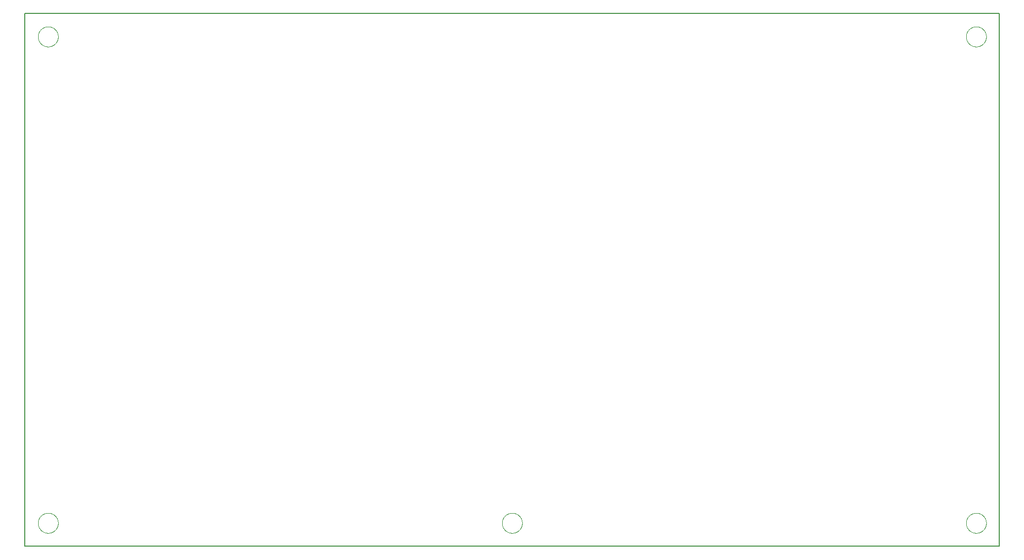
<source format=gbo>
G75*
%MOIN*%
%OFA0B0*%
%FSLAX25Y25*%
%IPPOS*%
%LPD*%
%AMOC8*
5,1,8,0,0,1.08239X$1,22.5*
%
%ADD10C,0.00600*%
%ADD11C,0.00000*%
D10*
X0047595Y0011551D02*
X0677595Y0011551D01*
X0677595Y0356551D01*
X0047595Y0356551D01*
X0047595Y0011551D01*
D11*
X0056095Y0026551D02*
X0056097Y0026712D01*
X0056103Y0026872D01*
X0056113Y0027033D01*
X0056127Y0027193D01*
X0056145Y0027353D01*
X0056166Y0027512D01*
X0056192Y0027671D01*
X0056222Y0027829D01*
X0056255Y0027986D01*
X0056293Y0028143D01*
X0056334Y0028298D01*
X0056379Y0028452D01*
X0056428Y0028605D01*
X0056481Y0028757D01*
X0056537Y0028908D01*
X0056598Y0029057D01*
X0056661Y0029205D01*
X0056729Y0029351D01*
X0056800Y0029495D01*
X0056874Y0029637D01*
X0056952Y0029778D01*
X0057034Y0029916D01*
X0057119Y0030053D01*
X0057207Y0030187D01*
X0057299Y0030319D01*
X0057394Y0030449D01*
X0057492Y0030577D01*
X0057593Y0030702D01*
X0057697Y0030824D01*
X0057804Y0030944D01*
X0057914Y0031061D01*
X0058027Y0031176D01*
X0058143Y0031287D01*
X0058262Y0031396D01*
X0058383Y0031501D01*
X0058507Y0031604D01*
X0058633Y0031704D01*
X0058761Y0031800D01*
X0058892Y0031893D01*
X0059026Y0031983D01*
X0059161Y0032070D01*
X0059299Y0032153D01*
X0059438Y0032233D01*
X0059580Y0032309D01*
X0059723Y0032382D01*
X0059868Y0032451D01*
X0060015Y0032517D01*
X0060163Y0032579D01*
X0060313Y0032637D01*
X0060464Y0032692D01*
X0060617Y0032743D01*
X0060771Y0032790D01*
X0060926Y0032833D01*
X0061082Y0032872D01*
X0061238Y0032908D01*
X0061396Y0032939D01*
X0061554Y0032967D01*
X0061713Y0032991D01*
X0061873Y0033011D01*
X0062033Y0033027D01*
X0062193Y0033039D01*
X0062354Y0033047D01*
X0062515Y0033051D01*
X0062675Y0033051D01*
X0062836Y0033047D01*
X0062997Y0033039D01*
X0063157Y0033027D01*
X0063317Y0033011D01*
X0063477Y0032991D01*
X0063636Y0032967D01*
X0063794Y0032939D01*
X0063952Y0032908D01*
X0064108Y0032872D01*
X0064264Y0032833D01*
X0064419Y0032790D01*
X0064573Y0032743D01*
X0064726Y0032692D01*
X0064877Y0032637D01*
X0065027Y0032579D01*
X0065175Y0032517D01*
X0065322Y0032451D01*
X0065467Y0032382D01*
X0065610Y0032309D01*
X0065752Y0032233D01*
X0065891Y0032153D01*
X0066029Y0032070D01*
X0066164Y0031983D01*
X0066298Y0031893D01*
X0066429Y0031800D01*
X0066557Y0031704D01*
X0066683Y0031604D01*
X0066807Y0031501D01*
X0066928Y0031396D01*
X0067047Y0031287D01*
X0067163Y0031176D01*
X0067276Y0031061D01*
X0067386Y0030944D01*
X0067493Y0030824D01*
X0067597Y0030702D01*
X0067698Y0030577D01*
X0067796Y0030449D01*
X0067891Y0030319D01*
X0067983Y0030187D01*
X0068071Y0030053D01*
X0068156Y0029916D01*
X0068238Y0029778D01*
X0068316Y0029637D01*
X0068390Y0029495D01*
X0068461Y0029351D01*
X0068529Y0029205D01*
X0068592Y0029057D01*
X0068653Y0028908D01*
X0068709Y0028757D01*
X0068762Y0028605D01*
X0068811Y0028452D01*
X0068856Y0028298D01*
X0068897Y0028143D01*
X0068935Y0027986D01*
X0068968Y0027829D01*
X0068998Y0027671D01*
X0069024Y0027512D01*
X0069045Y0027353D01*
X0069063Y0027193D01*
X0069077Y0027033D01*
X0069087Y0026872D01*
X0069093Y0026712D01*
X0069095Y0026551D01*
X0069093Y0026390D01*
X0069087Y0026230D01*
X0069077Y0026069D01*
X0069063Y0025909D01*
X0069045Y0025749D01*
X0069024Y0025590D01*
X0068998Y0025431D01*
X0068968Y0025273D01*
X0068935Y0025116D01*
X0068897Y0024959D01*
X0068856Y0024804D01*
X0068811Y0024650D01*
X0068762Y0024497D01*
X0068709Y0024345D01*
X0068653Y0024194D01*
X0068592Y0024045D01*
X0068529Y0023897D01*
X0068461Y0023751D01*
X0068390Y0023607D01*
X0068316Y0023465D01*
X0068238Y0023324D01*
X0068156Y0023186D01*
X0068071Y0023049D01*
X0067983Y0022915D01*
X0067891Y0022783D01*
X0067796Y0022653D01*
X0067698Y0022525D01*
X0067597Y0022400D01*
X0067493Y0022278D01*
X0067386Y0022158D01*
X0067276Y0022041D01*
X0067163Y0021926D01*
X0067047Y0021815D01*
X0066928Y0021706D01*
X0066807Y0021601D01*
X0066683Y0021498D01*
X0066557Y0021398D01*
X0066429Y0021302D01*
X0066298Y0021209D01*
X0066164Y0021119D01*
X0066029Y0021032D01*
X0065891Y0020949D01*
X0065752Y0020869D01*
X0065610Y0020793D01*
X0065467Y0020720D01*
X0065322Y0020651D01*
X0065175Y0020585D01*
X0065027Y0020523D01*
X0064877Y0020465D01*
X0064726Y0020410D01*
X0064573Y0020359D01*
X0064419Y0020312D01*
X0064264Y0020269D01*
X0064108Y0020230D01*
X0063952Y0020194D01*
X0063794Y0020163D01*
X0063636Y0020135D01*
X0063477Y0020111D01*
X0063317Y0020091D01*
X0063157Y0020075D01*
X0062997Y0020063D01*
X0062836Y0020055D01*
X0062675Y0020051D01*
X0062515Y0020051D01*
X0062354Y0020055D01*
X0062193Y0020063D01*
X0062033Y0020075D01*
X0061873Y0020091D01*
X0061713Y0020111D01*
X0061554Y0020135D01*
X0061396Y0020163D01*
X0061238Y0020194D01*
X0061082Y0020230D01*
X0060926Y0020269D01*
X0060771Y0020312D01*
X0060617Y0020359D01*
X0060464Y0020410D01*
X0060313Y0020465D01*
X0060163Y0020523D01*
X0060015Y0020585D01*
X0059868Y0020651D01*
X0059723Y0020720D01*
X0059580Y0020793D01*
X0059438Y0020869D01*
X0059299Y0020949D01*
X0059161Y0021032D01*
X0059026Y0021119D01*
X0058892Y0021209D01*
X0058761Y0021302D01*
X0058633Y0021398D01*
X0058507Y0021498D01*
X0058383Y0021601D01*
X0058262Y0021706D01*
X0058143Y0021815D01*
X0058027Y0021926D01*
X0057914Y0022041D01*
X0057804Y0022158D01*
X0057697Y0022278D01*
X0057593Y0022400D01*
X0057492Y0022525D01*
X0057394Y0022653D01*
X0057299Y0022783D01*
X0057207Y0022915D01*
X0057119Y0023049D01*
X0057034Y0023186D01*
X0056952Y0023324D01*
X0056874Y0023465D01*
X0056800Y0023607D01*
X0056729Y0023751D01*
X0056661Y0023897D01*
X0056598Y0024045D01*
X0056537Y0024194D01*
X0056481Y0024345D01*
X0056428Y0024497D01*
X0056379Y0024650D01*
X0056334Y0024804D01*
X0056293Y0024959D01*
X0056255Y0025116D01*
X0056222Y0025273D01*
X0056192Y0025431D01*
X0056166Y0025590D01*
X0056145Y0025749D01*
X0056127Y0025909D01*
X0056113Y0026069D01*
X0056103Y0026230D01*
X0056097Y0026390D01*
X0056095Y0026551D01*
X0356095Y0026551D02*
X0356097Y0026712D01*
X0356103Y0026872D01*
X0356113Y0027033D01*
X0356127Y0027193D01*
X0356145Y0027353D01*
X0356166Y0027512D01*
X0356192Y0027671D01*
X0356222Y0027829D01*
X0356255Y0027986D01*
X0356293Y0028143D01*
X0356334Y0028298D01*
X0356379Y0028452D01*
X0356428Y0028605D01*
X0356481Y0028757D01*
X0356537Y0028908D01*
X0356598Y0029057D01*
X0356661Y0029205D01*
X0356729Y0029351D01*
X0356800Y0029495D01*
X0356874Y0029637D01*
X0356952Y0029778D01*
X0357034Y0029916D01*
X0357119Y0030053D01*
X0357207Y0030187D01*
X0357299Y0030319D01*
X0357394Y0030449D01*
X0357492Y0030577D01*
X0357593Y0030702D01*
X0357697Y0030824D01*
X0357804Y0030944D01*
X0357914Y0031061D01*
X0358027Y0031176D01*
X0358143Y0031287D01*
X0358262Y0031396D01*
X0358383Y0031501D01*
X0358507Y0031604D01*
X0358633Y0031704D01*
X0358761Y0031800D01*
X0358892Y0031893D01*
X0359026Y0031983D01*
X0359161Y0032070D01*
X0359299Y0032153D01*
X0359438Y0032233D01*
X0359580Y0032309D01*
X0359723Y0032382D01*
X0359868Y0032451D01*
X0360015Y0032517D01*
X0360163Y0032579D01*
X0360313Y0032637D01*
X0360464Y0032692D01*
X0360617Y0032743D01*
X0360771Y0032790D01*
X0360926Y0032833D01*
X0361082Y0032872D01*
X0361238Y0032908D01*
X0361396Y0032939D01*
X0361554Y0032967D01*
X0361713Y0032991D01*
X0361873Y0033011D01*
X0362033Y0033027D01*
X0362193Y0033039D01*
X0362354Y0033047D01*
X0362515Y0033051D01*
X0362675Y0033051D01*
X0362836Y0033047D01*
X0362997Y0033039D01*
X0363157Y0033027D01*
X0363317Y0033011D01*
X0363477Y0032991D01*
X0363636Y0032967D01*
X0363794Y0032939D01*
X0363952Y0032908D01*
X0364108Y0032872D01*
X0364264Y0032833D01*
X0364419Y0032790D01*
X0364573Y0032743D01*
X0364726Y0032692D01*
X0364877Y0032637D01*
X0365027Y0032579D01*
X0365175Y0032517D01*
X0365322Y0032451D01*
X0365467Y0032382D01*
X0365610Y0032309D01*
X0365752Y0032233D01*
X0365891Y0032153D01*
X0366029Y0032070D01*
X0366164Y0031983D01*
X0366298Y0031893D01*
X0366429Y0031800D01*
X0366557Y0031704D01*
X0366683Y0031604D01*
X0366807Y0031501D01*
X0366928Y0031396D01*
X0367047Y0031287D01*
X0367163Y0031176D01*
X0367276Y0031061D01*
X0367386Y0030944D01*
X0367493Y0030824D01*
X0367597Y0030702D01*
X0367698Y0030577D01*
X0367796Y0030449D01*
X0367891Y0030319D01*
X0367983Y0030187D01*
X0368071Y0030053D01*
X0368156Y0029916D01*
X0368238Y0029778D01*
X0368316Y0029637D01*
X0368390Y0029495D01*
X0368461Y0029351D01*
X0368529Y0029205D01*
X0368592Y0029057D01*
X0368653Y0028908D01*
X0368709Y0028757D01*
X0368762Y0028605D01*
X0368811Y0028452D01*
X0368856Y0028298D01*
X0368897Y0028143D01*
X0368935Y0027986D01*
X0368968Y0027829D01*
X0368998Y0027671D01*
X0369024Y0027512D01*
X0369045Y0027353D01*
X0369063Y0027193D01*
X0369077Y0027033D01*
X0369087Y0026872D01*
X0369093Y0026712D01*
X0369095Y0026551D01*
X0369093Y0026390D01*
X0369087Y0026230D01*
X0369077Y0026069D01*
X0369063Y0025909D01*
X0369045Y0025749D01*
X0369024Y0025590D01*
X0368998Y0025431D01*
X0368968Y0025273D01*
X0368935Y0025116D01*
X0368897Y0024959D01*
X0368856Y0024804D01*
X0368811Y0024650D01*
X0368762Y0024497D01*
X0368709Y0024345D01*
X0368653Y0024194D01*
X0368592Y0024045D01*
X0368529Y0023897D01*
X0368461Y0023751D01*
X0368390Y0023607D01*
X0368316Y0023465D01*
X0368238Y0023324D01*
X0368156Y0023186D01*
X0368071Y0023049D01*
X0367983Y0022915D01*
X0367891Y0022783D01*
X0367796Y0022653D01*
X0367698Y0022525D01*
X0367597Y0022400D01*
X0367493Y0022278D01*
X0367386Y0022158D01*
X0367276Y0022041D01*
X0367163Y0021926D01*
X0367047Y0021815D01*
X0366928Y0021706D01*
X0366807Y0021601D01*
X0366683Y0021498D01*
X0366557Y0021398D01*
X0366429Y0021302D01*
X0366298Y0021209D01*
X0366164Y0021119D01*
X0366029Y0021032D01*
X0365891Y0020949D01*
X0365752Y0020869D01*
X0365610Y0020793D01*
X0365467Y0020720D01*
X0365322Y0020651D01*
X0365175Y0020585D01*
X0365027Y0020523D01*
X0364877Y0020465D01*
X0364726Y0020410D01*
X0364573Y0020359D01*
X0364419Y0020312D01*
X0364264Y0020269D01*
X0364108Y0020230D01*
X0363952Y0020194D01*
X0363794Y0020163D01*
X0363636Y0020135D01*
X0363477Y0020111D01*
X0363317Y0020091D01*
X0363157Y0020075D01*
X0362997Y0020063D01*
X0362836Y0020055D01*
X0362675Y0020051D01*
X0362515Y0020051D01*
X0362354Y0020055D01*
X0362193Y0020063D01*
X0362033Y0020075D01*
X0361873Y0020091D01*
X0361713Y0020111D01*
X0361554Y0020135D01*
X0361396Y0020163D01*
X0361238Y0020194D01*
X0361082Y0020230D01*
X0360926Y0020269D01*
X0360771Y0020312D01*
X0360617Y0020359D01*
X0360464Y0020410D01*
X0360313Y0020465D01*
X0360163Y0020523D01*
X0360015Y0020585D01*
X0359868Y0020651D01*
X0359723Y0020720D01*
X0359580Y0020793D01*
X0359438Y0020869D01*
X0359299Y0020949D01*
X0359161Y0021032D01*
X0359026Y0021119D01*
X0358892Y0021209D01*
X0358761Y0021302D01*
X0358633Y0021398D01*
X0358507Y0021498D01*
X0358383Y0021601D01*
X0358262Y0021706D01*
X0358143Y0021815D01*
X0358027Y0021926D01*
X0357914Y0022041D01*
X0357804Y0022158D01*
X0357697Y0022278D01*
X0357593Y0022400D01*
X0357492Y0022525D01*
X0357394Y0022653D01*
X0357299Y0022783D01*
X0357207Y0022915D01*
X0357119Y0023049D01*
X0357034Y0023186D01*
X0356952Y0023324D01*
X0356874Y0023465D01*
X0356800Y0023607D01*
X0356729Y0023751D01*
X0356661Y0023897D01*
X0356598Y0024045D01*
X0356537Y0024194D01*
X0356481Y0024345D01*
X0356428Y0024497D01*
X0356379Y0024650D01*
X0356334Y0024804D01*
X0356293Y0024959D01*
X0356255Y0025116D01*
X0356222Y0025273D01*
X0356192Y0025431D01*
X0356166Y0025590D01*
X0356145Y0025749D01*
X0356127Y0025909D01*
X0356113Y0026069D01*
X0356103Y0026230D01*
X0356097Y0026390D01*
X0356095Y0026551D01*
X0656095Y0026551D02*
X0656097Y0026712D01*
X0656103Y0026872D01*
X0656113Y0027033D01*
X0656127Y0027193D01*
X0656145Y0027353D01*
X0656166Y0027512D01*
X0656192Y0027671D01*
X0656222Y0027829D01*
X0656255Y0027986D01*
X0656293Y0028143D01*
X0656334Y0028298D01*
X0656379Y0028452D01*
X0656428Y0028605D01*
X0656481Y0028757D01*
X0656537Y0028908D01*
X0656598Y0029057D01*
X0656661Y0029205D01*
X0656729Y0029351D01*
X0656800Y0029495D01*
X0656874Y0029637D01*
X0656952Y0029778D01*
X0657034Y0029916D01*
X0657119Y0030053D01*
X0657207Y0030187D01*
X0657299Y0030319D01*
X0657394Y0030449D01*
X0657492Y0030577D01*
X0657593Y0030702D01*
X0657697Y0030824D01*
X0657804Y0030944D01*
X0657914Y0031061D01*
X0658027Y0031176D01*
X0658143Y0031287D01*
X0658262Y0031396D01*
X0658383Y0031501D01*
X0658507Y0031604D01*
X0658633Y0031704D01*
X0658761Y0031800D01*
X0658892Y0031893D01*
X0659026Y0031983D01*
X0659161Y0032070D01*
X0659299Y0032153D01*
X0659438Y0032233D01*
X0659580Y0032309D01*
X0659723Y0032382D01*
X0659868Y0032451D01*
X0660015Y0032517D01*
X0660163Y0032579D01*
X0660313Y0032637D01*
X0660464Y0032692D01*
X0660617Y0032743D01*
X0660771Y0032790D01*
X0660926Y0032833D01*
X0661082Y0032872D01*
X0661238Y0032908D01*
X0661396Y0032939D01*
X0661554Y0032967D01*
X0661713Y0032991D01*
X0661873Y0033011D01*
X0662033Y0033027D01*
X0662193Y0033039D01*
X0662354Y0033047D01*
X0662515Y0033051D01*
X0662675Y0033051D01*
X0662836Y0033047D01*
X0662997Y0033039D01*
X0663157Y0033027D01*
X0663317Y0033011D01*
X0663477Y0032991D01*
X0663636Y0032967D01*
X0663794Y0032939D01*
X0663952Y0032908D01*
X0664108Y0032872D01*
X0664264Y0032833D01*
X0664419Y0032790D01*
X0664573Y0032743D01*
X0664726Y0032692D01*
X0664877Y0032637D01*
X0665027Y0032579D01*
X0665175Y0032517D01*
X0665322Y0032451D01*
X0665467Y0032382D01*
X0665610Y0032309D01*
X0665752Y0032233D01*
X0665891Y0032153D01*
X0666029Y0032070D01*
X0666164Y0031983D01*
X0666298Y0031893D01*
X0666429Y0031800D01*
X0666557Y0031704D01*
X0666683Y0031604D01*
X0666807Y0031501D01*
X0666928Y0031396D01*
X0667047Y0031287D01*
X0667163Y0031176D01*
X0667276Y0031061D01*
X0667386Y0030944D01*
X0667493Y0030824D01*
X0667597Y0030702D01*
X0667698Y0030577D01*
X0667796Y0030449D01*
X0667891Y0030319D01*
X0667983Y0030187D01*
X0668071Y0030053D01*
X0668156Y0029916D01*
X0668238Y0029778D01*
X0668316Y0029637D01*
X0668390Y0029495D01*
X0668461Y0029351D01*
X0668529Y0029205D01*
X0668592Y0029057D01*
X0668653Y0028908D01*
X0668709Y0028757D01*
X0668762Y0028605D01*
X0668811Y0028452D01*
X0668856Y0028298D01*
X0668897Y0028143D01*
X0668935Y0027986D01*
X0668968Y0027829D01*
X0668998Y0027671D01*
X0669024Y0027512D01*
X0669045Y0027353D01*
X0669063Y0027193D01*
X0669077Y0027033D01*
X0669087Y0026872D01*
X0669093Y0026712D01*
X0669095Y0026551D01*
X0669093Y0026390D01*
X0669087Y0026230D01*
X0669077Y0026069D01*
X0669063Y0025909D01*
X0669045Y0025749D01*
X0669024Y0025590D01*
X0668998Y0025431D01*
X0668968Y0025273D01*
X0668935Y0025116D01*
X0668897Y0024959D01*
X0668856Y0024804D01*
X0668811Y0024650D01*
X0668762Y0024497D01*
X0668709Y0024345D01*
X0668653Y0024194D01*
X0668592Y0024045D01*
X0668529Y0023897D01*
X0668461Y0023751D01*
X0668390Y0023607D01*
X0668316Y0023465D01*
X0668238Y0023324D01*
X0668156Y0023186D01*
X0668071Y0023049D01*
X0667983Y0022915D01*
X0667891Y0022783D01*
X0667796Y0022653D01*
X0667698Y0022525D01*
X0667597Y0022400D01*
X0667493Y0022278D01*
X0667386Y0022158D01*
X0667276Y0022041D01*
X0667163Y0021926D01*
X0667047Y0021815D01*
X0666928Y0021706D01*
X0666807Y0021601D01*
X0666683Y0021498D01*
X0666557Y0021398D01*
X0666429Y0021302D01*
X0666298Y0021209D01*
X0666164Y0021119D01*
X0666029Y0021032D01*
X0665891Y0020949D01*
X0665752Y0020869D01*
X0665610Y0020793D01*
X0665467Y0020720D01*
X0665322Y0020651D01*
X0665175Y0020585D01*
X0665027Y0020523D01*
X0664877Y0020465D01*
X0664726Y0020410D01*
X0664573Y0020359D01*
X0664419Y0020312D01*
X0664264Y0020269D01*
X0664108Y0020230D01*
X0663952Y0020194D01*
X0663794Y0020163D01*
X0663636Y0020135D01*
X0663477Y0020111D01*
X0663317Y0020091D01*
X0663157Y0020075D01*
X0662997Y0020063D01*
X0662836Y0020055D01*
X0662675Y0020051D01*
X0662515Y0020051D01*
X0662354Y0020055D01*
X0662193Y0020063D01*
X0662033Y0020075D01*
X0661873Y0020091D01*
X0661713Y0020111D01*
X0661554Y0020135D01*
X0661396Y0020163D01*
X0661238Y0020194D01*
X0661082Y0020230D01*
X0660926Y0020269D01*
X0660771Y0020312D01*
X0660617Y0020359D01*
X0660464Y0020410D01*
X0660313Y0020465D01*
X0660163Y0020523D01*
X0660015Y0020585D01*
X0659868Y0020651D01*
X0659723Y0020720D01*
X0659580Y0020793D01*
X0659438Y0020869D01*
X0659299Y0020949D01*
X0659161Y0021032D01*
X0659026Y0021119D01*
X0658892Y0021209D01*
X0658761Y0021302D01*
X0658633Y0021398D01*
X0658507Y0021498D01*
X0658383Y0021601D01*
X0658262Y0021706D01*
X0658143Y0021815D01*
X0658027Y0021926D01*
X0657914Y0022041D01*
X0657804Y0022158D01*
X0657697Y0022278D01*
X0657593Y0022400D01*
X0657492Y0022525D01*
X0657394Y0022653D01*
X0657299Y0022783D01*
X0657207Y0022915D01*
X0657119Y0023049D01*
X0657034Y0023186D01*
X0656952Y0023324D01*
X0656874Y0023465D01*
X0656800Y0023607D01*
X0656729Y0023751D01*
X0656661Y0023897D01*
X0656598Y0024045D01*
X0656537Y0024194D01*
X0656481Y0024345D01*
X0656428Y0024497D01*
X0656379Y0024650D01*
X0656334Y0024804D01*
X0656293Y0024959D01*
X0656255Y0025116D01*
X0656222Y0025273D01*
X0656192Y0025431D01*
X0656166Y0025590D01*
X0656145Y0025749D01*
X0656127Y0025909D01*
X0656113Y0026069D01*
X0656103Y0026230D01*
X0656097Y0026390D01*
X0656095Y0026551D01*
X0656095Y0341551D02*
X0656097Y0341712D01*
X0656103Y0341872D01*
X0656113Y0342033D01*
X0656127Y0342193D01*
X0656145Y0342353D01*
X0656166Y0342512D01*
X0656192Y0342671D01*
X0656222Y0342829D01*
X0656255Y0342986D01*
X0656293Y0343143D01*
X0656334Y0343298D01*
X0656379Y0343452D01*
X0656428Y0343605D01*
X0656481Y0343757D01*
X0656537Y0343908D01*
X0656598Y0344057D01*
X0656661Y0344205D01*
X0656729Y0344351D01*
X0656800Y0344495D01*
X0656874Y0344637D01*
X0656952Y0344778D01*
X0657034Y0344916D01*
X0657119Y0345053D01*
X0657207Y0345187D01*
X0657299Y0345319D01*
X0657394Y0345449D01*
X0657492Y0345577D01*
X0657593Y0345702D01*
X0657697Y0345824D01*
X0657804Y0345944D01*
X0657914Y0346061D01*
X0658027Y0346176D01*
X0658143Y0346287D01*
X0658262Y0346396D01*
X0658383Y0346501D01*
X0658507Y0346604D01*
X0658633Y0346704D01*
X0658761Y0346800D01*
X0658892Y0346893D01*
X0659026Y0346983D01*
X0659161Y0347070D01*
X0659299Y0347153D01*
X0659438Y0347233D01*
X0659580Y0347309D01*
X0659723Y0347382D01*
X0659868Y0347451D01*
X0660015Y0347517D01*
X0660163Y0347579D01*
X0660313Y0347637D01*
X0660464Y0347692D01*
X0660617Y0347743D01*
X0660771Y0347790D01*
X0660926Y0347833D01*
X0661082Y0347872D01*
X0661238Y0347908D01*
X0661396Y0347939D01*
X0661554Y0347967D01*
X0661713Y0347991D01*
X0661873Y0348011D01*
X0662033Y0348027D01*
X0662193Y0348039D01*
X0662354Y0348047D01*
X0662515Y0348051D01*
X0662675Y0348051D01*
X0662836Y0348047D01*
X0662997Y0348039D01*
X0663157Y0348027D01*
X0663317Y0348011D01*
X0663477Y0347991D01*
X0663636Y0347967D01*
X0663794Y0347939D01*
X0663952Y0347908D01*
X0664108Y0347872D01*
X0664264Y0347833D01*
X0664419Y0347790D01*
X0664573Y0347743D01*
X0664726Y0347692D01*
X0664877Y0347637D01*
X0665027Y0347579D01*
X0665175Y0347517D01*
X0665322Y0347451D01*
X0665467Y0347382D01*
X0665610Y0347309D01*
X0665752Y0347233D01*
X0665891Y0347153D01*
X0666029Y0347070D01*
X0666164Y0346983D01*
X0666298Y0346893D01*
X0666429Y0346800D01*
X0666557Y0346704D01*
X0666683Y0346604D01*
X0666807Y0346501D01*
X0666928Y0346396D01*
X0667047Y0346287D01*
X0667163Y0346176D01*
X0667276Y0346061D01*
X0667386Y0345944D01*
X0667493Y0345824D01*
X0667597Y0345702D01*
X0667698Y0345577D01*
X0667796Y0345449D01*
X0667891Y0345319D01*
X0667983Y0345187D01*
X0668071Y0345053D01*
X0668156Y0344916D01*
X0668238Y0344778D01*
X0668316Y0344637D01*
X0668390Y0344495D01*
X0668461Y0344351D01*
X0668529Y0344205D01*
X0668592Y0344057D01*
X0668653Y0343908D01*
X0668709Y0343757D01*
X0668762Y0343605D01*
X0668811Y0343452D01*
X0668856Y0343298D01*
X0668897Y0343143D01*
X0668935Y0342986D01*
X0668968Y0342829D01*
X0668998Y0342671D01*
X0669024Y0342512D01*
X0669045Y0342353D01*
X0669063Y0342193D01*
X0669077Y0342033D01*
X0669087Y0341872D01*
X0669093Y0341712D01*
X0669095Y0341551D01*
X0669093Y0341390D01*
X0669087Y0341230D01*
X0669077Y0341069D01*
X0669063Y0340909D01*
X0669045Y0340749D01*
X0669024Y0340590D01*
X0668998Y0340431D01*
X0668968Y0340273D01*
X0668935Y0340116D01*
X0668897Y0339959D01*
X0668856Y0339804D01*
X0668811Y0339650D01*
X0668762Y0339497D01*
X0668709Y0339345D01*
X0668653Y0339194D01*
X0668592Y0339045D01*
X0668529Y0338897D01*
X0668461Y0338751D01*
X0668390Y0338607D01*
X0668316Y0338465D01*
X0668238Y0338324D01*
X0668156Y0338186D01*
X0668071Y0338049D01*
X0667983Y0337915D01*
X0667891Y0337783D01*
X0667796Y0337653D01*
X0667698Y0337525D01*
X0667597Y0337400D01*
X0667493Y0337278D01*
X0667386Y0337158D01*
X0667276Y0337041D01*
X0667163Y0336926D01*
X0667047Y0336815D01*
X0666928Y0336706D01*
X0666807Y0336601D01*
X0666683Y0336498D01*
X0666557Y0336398D01*
X0666429Y0336302D01*
X0666298Y0336209D01*
X0666164Y0336119D01*
X0666029Y0336032D01*
X0665891Y0335949D01*
X0665752Y0335869D01*
X0665610Y0335793D01*
X0665467Y0335720D01*
X0665322Y0335651D01*
X0665175Y0335585D01*
X0665027Y0335523D01*
X0664877Y0335465D01*
X0664726Y0335410D01*
X0664573Y0335359D01*
X0664419Y0335312D01*
X0664264Y0335269D01*
X0664108Y0335230D01*
X0663952Y0335194D01*
X0663794Y0335163D01*
X0663636Y0335135D01*
X0663477Y0335111D01*
X0663317Y0335091D01*
X0663157Y0335075D01*
X0662997Y0335063D01*
X0662836Y0335055D01*
X0662675Y0335051D01*
X0662515Y0335051D01*
X0662354Y0335055D01*
X0662193Y0335063D01*
X0662033Y0335075D01*
X0661873Y0335091D01*
X0661713Y0335111D01*
X0661554Y0335135D01*
X0661396Y0335163D01*
X0661238Y0335194D01*
X0661082Y0335230D01*
X0660926Y0335269D01*
X0660771Y0335312D01*
X0660617Y0335359D01*
X0660464Y0335410D01*
X0660313Y0335465D01*
X0660163Y0335523D01*
X0660015Y0335585D01*
X0659868Y0335651D01*
X0659723Y0335720D01*
X0659580Y0335793D01*
X0659438Y0335869D01*
X0659299Y0335949D01*
X0659161Y0336032D01*
X0659026Y0336119D01*
X0658892Y0336209D01*
X0658761Y0336302D01*
X0658633Y0336398D01*
X0658507Y0336498D01*
X0658383Y0336601D01*
X0658262Y0336706D01*
X0658143Y0336815D01*
X0658027Y0336926D01*
X0657914Y0337041D01*
X0657804Y0337158D01*
X0657697Y0337278D01*
X0657593Y0337400D01*
X0657492Y0337525D01*
X0657394Y0337653D01*
X0657299Y0337783D01*
X0657207Y0337915D01*
X0657119Y0338049D01*
X0657034Y0338186D01*
X0656952Y0338324D01*
X0656874Y0338465D01*
X0656800Y0338607D01*
X0656729Y0338751D01*
X0656661Y0338897D01*
X0656598Y0339045D01*
X0656537Y0339194D01*
X0656481Y0339345D01*
X0656428Y0339497D01*
X0656379Y0339650D01*
X0656334Y0339804D01*
X0656293Y0339959D01*
X0656255Y0340116D01*
X0656222Y0340273D01*
X0656192Y0340431D01*
X0656166Y0340590D01*
X0656145Y0340749D01*
X0656127Y0340909D01*
X0656113Y0341069D01*
X0656103Y0341230D01*
X0656097Y0341390D01*
X0656095Y0341551D01*
X0056095Y0341551D02*
X0056097Y0341712D01*
X0056103Y0341872D01*
X0056113Y0342033D01*
X0056127Y0342193D01*
X0056145Y0342353D01*
X0056166Y0342512D01*
X0056192Y0342671D01*
X0056222Y0342829D01*
X0056255Y0342986D01*
X0056293Y0343143D01*
X0056334Y0343298D01*
X0056379Y0343452D01*
X0056428Y0343605D01*
X0056481Y0343757D01*
X0056537Y0343908D01*
X0056598Y0344057D01*
X0056661Y0344205D01*
X0056729Y0344351D01*
X0056800Y0344495D01*
X0056874Y0344637D01*
X0056952Y0344778D01*
X0057034Y0344916D01*
X0057119Y0345053D01*
X0057207Y0345187D01*
X0057299Y0345319D01*
X0057394Y0345449D01*
X0057492Y0345577D01*
X0057593Y0345702D01*
X0057697Y0345824D01*
X0057804Y0345944D01*
X0057914Y0346061D01*
X0058027Y0346176D01*
X0058143Y0346287D01*
X0058262Y0346396D01*
X0058383Y0346501D01*
X0058507Y0346604D01*
X0058633Y0346704D01*
X0058761Y0346800D01*
X0058892Y0346893D01*
X0059026Y0346983D01*
X0059161Y0347070D01*
X0059299Y0347153D01*
X0059438Y0347233D01*
X0059580Y0347309D01*
X0059723Y0347382D01*
X0059868Y0347451D01*
X0060015Y0347517D01*
X0060163Y0347579D01*
X0060313Y0347637D01*
X0060464Y0347692D01*
X0060617Y0347743D01*
X0060771Y0347790D01*
X0060926Y0347833D01*
X0061082Y0347872D01*
X0061238Y0347908D01*
X0061396Y0347939D01*
X0061554Y0347967D01*
X0061713Y0347991D01*
X0061873Y0348011D01*
X0062033Y0348027D01*
X0062193Y0348039D01*
X0062354Y0348047D01*
X0062515Y0348051D01*
X0062675Y0348051D01*
X0062836Y0348047D01*
X0062997Y0348039D01*
X0063157Y0348027D01*
X0063317Y0348011D01*
X0063477Y0347991D01*
X0063636Y0347967D01*
X0063794Y0347939D01*
X0063952Y0347908D01*
X0064108Y0347872D01*
X0064264Y0347833D01*
X0064419Y0347790D01*
X0064573Y0347743D01*
X0064726Y0347692D01*
X0064877Y0347637D01*
X0065027Y0347579D01*
X0065175Y0347517D01*
X0065322Y0347451D01*
X0065467Y0347382D01*
X0065610Y0347309D01*
X0065752Y0347233D01*
X0065891Y0347153D01*
X0066029Y0347070D01*
X0066164Y0346983D01*
X0066298Y0346893D01*
X0066429Y0346800D01*
X0066557Y0346704D01*
X0066683Y0346604D01*
X0066807Y0346501D01*
X0066928Y0346396D01*
X0067047Y0346287D01*
X0067163Y0346176D01*
X0067276Y0346061D01*
X0067386Y0345944D01*
X0067493Y0345824D01*
X0067597Y0345702D01*
X0067698Y0345577D01*
X0067796Y0345449D01*
X0067891Y0345319D01*
X0067983Y0345187D01*
X0068071Y0345053D01*
X0068156Y0344916D01*
X0068238Y0344778D01*
X0068316Y0344637D01*
X0068390Y0344495D01*
X0068461Y0344351D01*
X0068529Y0344205D01*
X0068592Y0344057D01*
X0068653Y0343908D01*
X0068709Y0343757D01*
X0068762Y0343605D01*
X0068811Y0343452D01*
X0068856Y0343298D01*
X0068897Y0343143D01*
X0068935Y0342986D01*
X0068968Y0342829D01*
X0068998Y0342671D01*
X0069024Y0342512D01*
X0069045Y0342353D01*
X0069063Y0342193D01*
X0069077Y0342033D01*
X0069087Y0341872D01*
X0069093Y0341712D01*
X0069095Y0341551D01*
X0069093Y0341390D01*
X0069087Y0341230D01*
X0069077Y0341069D01*
X0069063Y0340909D01*
X0069045Y0340749D01*
X0069024Y0340590D01*
X0068998Y0340431D01*
X0068968Y0340273D01*
X0068935Y0340116D01*
X0068897Y0339959D01*
X0068856Y0339804D01*
X0068811Y0339650D01*
X0068762Y0339497D01*
X0068709Y0339345D01*
X0068653Y0339194D01*
X0068592Y0339045D01*
X0068529Y0338897D01*
X0068461Y0338751D01*
X0068390Y0338607D01*
X0068316Y0338465D01*
X0068238Y0338324D01*
X0068156Y0338186D01*
X0068071Y0338049D01*
X0067983Y0337915D01*
X0067891Y0337783D01*
X0067796Y0337653D01*
X0067698Y0337525D01*
X0067597Y0337400D01*
X0067493Y0337278D01*
X0067386Y0337158D01*
X0067276Y0337041D01*
X0067163Y0336926D01*
X0067047Y0336815D01*
X0066928Y0336706D01*
X0066807Y0336601D01*
X0066683Y0336498D01*
X0066557Y0336398D01*
X0066429Y0336302D01*
X0066298Y0336209D01*
X0066164Y0336119D01*
X0066029Y0336032D01*
X0065891Y0335949D01*
X0065752Y0335869D01*
X0065610Y0335793D01*
X0065467Y0335720D01*
X0065322Y0335651D01*
X0065175Y0335585D01*
X0065027Y0335523D01*
X0064877Y0335465D01*
X0064726Y0335410D01*
X0064573Y0335359D01*
X0064419Y0335312D01*
X0064264Y0335269D01*
X0064108Y0335230D01*
X0063952Y0335194D01*
X0063794Y0335163D01*
X0063636Y0335135D01*
X0063477Y0335111D01*
X0063317Y0335091D01*
X0063157Y0335075D01*
X0062997Y0335063D01*
X0062836Y0335055D01*
X0062675Y0335051D01*
X0062515Y0335051D01*
X0062354Y0335055D01*
X0062193Y0335063D01*
X0062033Y0335075D01*
X0061873Y0335091D01*
X0061713Y0335111D01*
X0061554Y0335135D01*
X0061396Y0335163D01*
X0061238Y0335194D01*
X0061082Y0335230D01*
X0060926Y0335269D01*
X0060771Y0335312D01*
X0060617Y0335359D01*
X0060464Y0335410D01*
X0060313Y0335465D01*
X0060163Y0335523D01*
X0060015Y0335585D01*
X0059868Y0335651D01*
X0059723Y0335720D01*
X0059580Y0335793D01*
X0059438Y0335869D01*
X0059299Y0335949D01*
X0059161Y0336032D01*
X0059026Y0336119D01*
X0058892Y0336209D01*
X0058761Y0336302D01*
X0058633Y0336398D01*
X0058507Y0336498D01*
X0058383Y0336601D01*
X0058262Y0336706D01*
X0058143Y0336815D01*
X0058027Y0336926D01*
X0057914Y0337041D01*
X0057804Y0337158D01*
X0057697Y0337278D01*
X0057593Y0337400D01*
X0057492Y0337525D01*
X0057394Y0337653D01*
X0057299Y0337783D01*
X0057207Y0337915D01*
X0057119Y0338049D01*
X0057034Y0338186D01*
X0056952Y0338324D01*
X0056874Y0338465D01*
X0056800Y0338607D01*
X0056729Y0338751D01*
X0056661Y0338897D01*
X0056598Y0339045D01*
X0056537Y0339194D01*
X0056481Y0339345D01*
X0056428Y0339497D01*
X0056379Y0339650D01*
X0056334Y0339804D01*
X0056293Y0339959D01*
X0056255Y0340116D01*
X0056222Y0340273D01*
X0056192Y0340431D01*
X0056166Y0340590D01*
X0056145Y0340749D01*
X0056127Y0340909D01*
X0056113Y0341069D01*
X0056103Y0341230D01*
X0056097Y0341390D01*
X0056095Y0341551D01*
M02*

</source>
